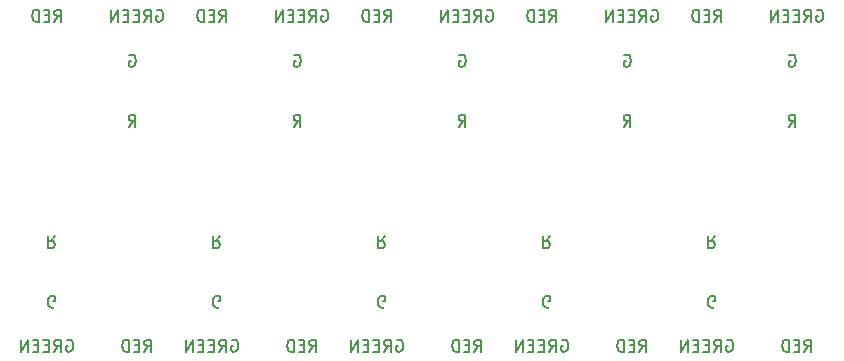
<source format=gbr>
%TF.GenerationSoftware,KiCad,Pcbnew,(5.1.10)-1*%
%TF.CreationDate,2022-10-12T21:43:39-04:00*%
%TF.ProjectId,1581-improved-ledpcb,31353831-2d69-46d7-9072-6f7665642d6c,2*%
%TF.SameCoordinates,Original*%
%TF.FileFunction,Legend,Bot*%
%TF.FilePolarity,Positive*%
%FSLAX46Y46*%
G04 Gerber Fmt 4.6, Leading zero omitted, Abs format (unit mm)*
G04 Created by KiCad (PCBNEW (5.1.10)-1) date 2022-10-12 21:43:39*
%MOMM*%
%LPD*%
G01*
G04 APERTURE LIST*
%ADD10C,0.150000*%
G04 APERTURE END LIST*
D10*
X178490523Y-98607619D02*
X178157190Y-99083809D01*
X177919095Y-98607619D02*
X177919095Y-99607619D01*
X178300047Y-99607619D01*
X178395285Y-99560000D01*
X178442904Y-99512380D01*
X178490523Y-99417142D01*
X178490523Y-99274285D01*
X178442904Y-99179047D01*
X178395285Y-99131428D01*
X178300047Y-99083809D01*
X177919095Y-99083809D01*
X178442904Y-104640000D02*
X178347666Y-104687619D01*
X178204809Y-104687619D01*
X178061952Y-104640000D01*
X177966714Y-104544761D01*
X177919095Y-104449523D01*
X177871476Y-104259047D01*
X177871476Y-104116190D01*
X177919095Y-103925714D01*
X177966714Y-103830476D01*
X178061952Y-103735238D01*
X178204809Y-103687619D01*
X178300047Y-103687619D01*
X178442904Y-103735238D01*
X178490523Y-103782857D01*
X178490523Y-104116190D01*
X178300047Y-104116190D01*
X164520523Y-98607619D02*
X164187190Y-99083809D01*
X163949095Y-98607619D02*
X163949095Y-99607619D01*
X164330047Y-99607619D01*
X164425285Y-99560000D01*
X164472904Y-99512380D01*
X164520523Y-99417142D01*
X164520523Y-99274285D01*
X164472904Y-99179047D01*
X164425285Y-99131428D01*
X164330047Y-99083809D01*
X163949095Y-99083809D01*
X164472904Y-104640000D02*
X164377666Y-104687619D01*
X164234809Y-104687619D01*
X164091952Y-104640000D01*
X163996714Y-104544761D01*
X163949095Y-104449523D01*
X163901476Y-104259047D01*
X163901476Y-104116190D01*
X163949095Y-103925714D01*
X163996714Y-103830476D01*
X164091952Y-103735238D01*
X164234809Y-103687619D01*
X164330047Y-103687619D01*
X164472904Y-103735238D01*
X164520523Y-103782857D01*
X164520523Y-104116190D01*
X164330047Y-104116190D01*
X150550523Y-98607619D02*
X150217190Y-99083809D01*
X149979095Y-98607619D02*
X149979095Y-99607619D01*
X150360047Y-99607619D01*
X150455285Y-99560000D01*
X150502904Y-99512380D01*
X150550523Y-99417142D01*
X150550523Y-99274285D01*
X150502904Y-99179047D01*
X150455285Y-99131428D01*
X150360047Y-99083809D01*
X149979095Y-99083809D01*
X150502904Y-104640000D02*
X150407666Y-104687619D01*
X150264809Y-104687619D01*
X150121952Y-104640000D01*
X150026714Y-104544761D01*
X149979095Y-104449523D01*
X149931476Y-104259047D01*
X149931476Y-104116190D01*
X149979095Y-103925714D01*
X150026714Y-103830476D01*
X150121952Y-103735238D01*
X150264809Y-103687619D01*
X150360047Y-103687619D01*
X150502904Y-103735238D01*
X150550523Y-103782857D01*
X150550523Y-104116190D01*
X150360047Y-104116190D01*
X136580523Y-98607619D02*
X136247190Y-99083809D01*
X136009095Y-98607619D02*
X136009095Y-99607619D01*
X136390047Y-99607619D01*
X136485285Y-99560000D01*
X136532904Y-99512380D01*
X136580523Y-99417142D01*
X136580523Y-99274285D01*
X136532904Y-99179047D01*
X136485285Y-99131428D01*
X136390047Y-99083809D01*
X136009095Y-99083809D01*
X136532904Y-104640000D02*
X136437666Y-104687619D01*
X136294809Y-104687619D01*
X136151952Y-104640000D01*
X136056714Y-104544761D01*
X136009095Y-104449523D01*
X135961476Y-104259047D01*
X135961476Y-104116190D01*
X136009095Y-103925714D01*
X136056714Y-103830476D01*
X136151952Y-103735238D01*
X136294809Y-103687619D01*
X136390047Y-103687619D01*
X136532904Y-103735238D01*
X136580523Y-103782857D01*
X136580523Y-104116190D01*
X136390047Y-104116190D01*
X122610523Y-98607619D02*
X122277190Y-99083809D01*
X122039095Y-98607619D02*
X122039095Y-99607619D01*
X122420047Y-99607619D01*
X122515285Y-99560000D01*
X122562904Y-99512380D01*
X122610523Y-99417142D01*
X122610523Y-99274285D01*
X122562904Y-99179047D01*
X122515285Y-99131428D01*
X122420047Y-99083809D01*
X122039095Y-99083809D01*
X122562904Y-104640000D02*
X122467666Y-104687619D01*
X122324809Y-104687619D01*
X122181952Y-104640000D01*
X122086714Y-104544761D01*
X122039095Y-104449523D01*
X121991476Y-104259047D01*
X121991476Y-104116190D01*
X122039095Y-103925714D01*
X122086714Y-103830476D01*
X122181952Y-103735238D01*
X122324809Y-103687619D01*
X122420047Y-103687619D01*
X122562904Y-103735238D01*
X122610523Y-103782857D01*
X122610523Y-104116190D01*
X122420047Y-104116190D01*
X184729476Y-89352380D02*
X185062809Y-88876190D01*
X185300904Y-89352380D02*
X185300904Y-88352380D01*
X184919952Y-88352380D01*
X184824714Y-88400000D01*
X184777095Y-88447619D01*
X184729476Y-88542857D01*
X184729476Y-88685714D01*
X184777095Y-88780952D01*
X184824714Y-88828571D01*
X184919952Y-88876190D01*
X185300904Y-88876190D01*
X184777095Y-83320000D02*
X184872333Y-83272380D01*
X185015190Y-83272380D01*
X185158047Y-83320000D01*
X185253285Y-83415238D01*
X185300904Y-83510476D01*
X185348523Y-83700952D01*
X185348523Y-83843809D01*
X185300904Y-84034285D01*
X185253285Y-84129523D01*
X185158047Y-84224761D01*
X185015190Y-84272380D01*
X184919952Y-84272380D01*
X184777095Y-84224761D01*
X184729476Y-84177142D01*
X184729476Y-83843809D01*
X184919952Y-83843809D01*
X170759476Y-89352380D02*
X171092809Y-88876190D01*
X171330904Y-89352380D02*
X171330904Y-88352380D01*
X170949952Y-88352380D01*
X170854714Y-88400000D01*
X170807095Y-88447619D01*
X170759476Y-88542857D01*
X170759476Y-88685714D01*
X170807095Y-88780952D01*
X170854714Y-88828571D01*
X170949952Y-88876190D01*
X171330904Y-88876190D01*
X170807095Y-83320000D02*
X170902333Y-83272380D01*
X171045190Y-83272380D01*
X171188047Y-83320000D01*
X171283285Y-83415238D01*
X171330904Y-83510476D01*
X171378523Y-83700952D01*
X171378523Y-83843809D01*
X171330904Y-84034285D01*
X171283285Y-84129523D01*
X171188047Y-84224761D01*
X171045190Y-84272380D01*
X170949952Y-84272380D01*
X170807095Y-84224761D01*
X170759476Y-84177142D01*
X170759476Y-83843809D01*
X170949952Y-83843809D01*
X156789476Y-89352380D02*
X157122809Y-88876190D01*
X157360904Y-89352380D02*
X157360904Y-88352380D01*
X156979952Y-88352380D01*
X156884714Y-88400000D01*
X156837095Y-88447619D01*
X156789476Y-88542857D01*
X156789476Y-88685714D01*
X156837095Y-88780952D01*
X156884714Y-88828571D01*
X156979952Y-88876190D01*
X157360904Y-88876190D01*
X156837095Y-83320000D02*
X156932333Y-83272380D01*
X157075190Y-83272380D01*
X157218047Y-83320000D01*
X157313285Y-83415238D01*
X157360904Y-83510476D01*
X157408523Y-83700952D01*
X157408523Y-83843809D01*
X157360904Y-84034285D01*
X157313285Y-84129523D01*
X157218047Y-84224761D01*
X157075190Y-84272380D01*
X156979952Y-84272380D01*
X156837095Y-84224761D01*
X156789476Y-84177142D01*
X156789476Y-83843809D01*
X156979952Y-83843809D01*
X142819476Y-89352380D02*
X143152809Y-88876190D01*
X143390904Y-89352380D02*
X143390904Y-88352380D01*
X143009952Y-88352380D01*
X142914714Y-88400000D01*
X142867095Y-88447619D01*
X142819476Y-88542857D01*
X142819476Y-88685714D01*
X142867095Y-88780952D01*
X142914714Y-88828571D01*
X143009952Y-88876190D01*
X143390904Y-88876190D01*
X142867095Y-83320000D02*
X142962333Y-83272380D01*
X143105190Y-83272380D01*
X143248047Y-83320000D01*
X143343285Y-83415238D01*
X143390904Y-83510476D01*
X143438523Y-83700952D01*
X143438523Y-83843809D01*
X143390904Y-84034285D01*
X143343285Y-84129523D01*
X143248047Y-84224761D01*
X143105190Y-84272380D01*
X143009952Y-84272380D01*
X142867095Y-84224761D01*
X142819476Y-84177142D01*
X142819476Y-83843809D01*
X143009952Y-83843809D01*
X128849476Y-89352380D02*
X129182809Y-88876190D01*
X129420904Y-89352380D02*
X129420904Y-88352380D01*
X129039952Y-88352380D01*
X128944714Y-88400000D01*
X128897095Y-88447619D01*
X128849476Y-88542857D01*
X128849476Y-88685714D01*
X128897095Y-88780952D01*
X128944714Y-88828571D01*
X129039952Y-88876190D01*
X129420904Y-88876190D01*
X128897095Y-83320000D02*
X128992333Y-83272380D01*
X129135190Y-83272380D01*
X129278047Y-83320000D01*
X129373285Y-83415238D01*
X129420904Y-83510476D01*
X129468523Y-83700952D01*
X129468523Y-83843809D01*
X129420904Y-84034285D01*
X129373285Y-84129523D01*
X129278047Y-84224761D01*
X129135190Y-84272380D01*
X129039952Y-84272380D01*
X128897095Y-84224761D01*
X128849476Y-84177142D01*
X128849476Y-83843809D01*
X129039952Y-83843809D01*
%TO.C,LED2*%
X179466666Y-107450000D02*
X179561904Y-107402380D01*
X179704761Y-107402380D01*
X179847619Y-107450000D01*
X179942857Y-107545238D01*
X179990476Y-107640476D01*
X180038095Y-107830952D01*
X180038095Y-107973809D01*
X179990476Y-108164285D01*
X179942857Y-108259523D01*
X179847619Y-108354761D01*
X179704761Y-108402380D01*
X179609523Y-108402380D01*
X179466666Y-108354761D01*
X179419047Y-108307142D01*
X179419047Y-107973809D01*
X179609523Y-107973809D01*
X178419047Y-108402380D02*
X178752380Y-107926190D01*
X178990476Y-108402380D02*
X178990476Y-107402380D01*
X178609523Y-107402380D01*
X178514285Y-107450000D01*
X178466666Y-107497619D01*
X178419047Y-107592857D01*
X178419047Y-107735714D01*
X178466666Y-107830952D01*
X178514285Y-107878571D01*
X178609523Y-107926190D01*
X178990476Y-107926190D01*
X177990476Y-107878571D02*
X177657142Y-107878571D01*
X177514285Y-108402380D02*
X177990476Y-108402380D01*
X177990476Y-107402380D01*
X177514285Y-107402380D01*
X177085714Y-107878571D02*
X176752380Y-107878571D01*
X176609523Y-108402380D02*
X177085714Y-108402380D01*
X177085714Y-107402380D01*
X176609523Y-107402380D01*
X176180952Y-108402380D02*
X176180952Y-107402380D01*
X175609523Y-108402380D01*
X175609523Y-107402380D01*
%TO.C,LED1*%
X186062857Y-108402380D02*
X186396190Y-107926190D01*
X186634285Y-108402380D02*
X186634285Y-107402380D01*
X186253333Y-107402380D01*
X186158095Y-107450000D01*
X186110476Y-107497619D01*
X186062857Y-107592857D01*
X186062857Y-107735714D01*
X186110476Y-107830952D01*
X186158095Y-107878571D01*
X186253333Y-107926190D01*
X186634285Y-107926190D01*
X185634285Y-107878571D02*
X185300952Y-107878571D01*
X185158095Y-108402380D02*
X185634285Y-108402380D01*
X185634285Y-107402380D01*
X185158095Y-107402380D01*
X184729523Y-108402380D02*
X184729523Y-107402380D01*
X184491428Y-107402380D01*
X184348571Y-107450000D01*
X184253333Y-107545238D01*
X184205714Y-107640476D01*
X184158095Y-107830952D01*
X184158095Y-107973809D01*
X184205714Y-108164285D01*
X184253333Y-108259523D01*
X184348571Y-108354761D01*
X184491428Y-108402380D01*
X184729523Y-108402380D01*
%TO.C,LED2*%
X165496666Y-107450000D02*
X165591904Y-107402380D01*
X165734761Y-107402380D01*
X165877619Y-107450000D01*
X165972857Y-107545238D01*
X166020476Y-107640476D01*
X166068095Y-107830952D01*
X166068095Y-107973809D01*
X166020476Y-108164285D01*
X165972857Y-108259523D01*
X165877619Y-108354761D01*
X165734761Y-108402380D01*
X165639523Y-108402380D01*
X165496666Y-108354761D01*
X165449047Y-108307142D01*
X165449047Y-107973809D01*
X165639523Y-107973809D01*
X164449047Y-108402380D02*
X164782380Y-107926190D01*
X165020476Y-108402380D02*
X165020476Y-107402380D01*
X164639523Y-107402380D01*
X164544285Y-107450000D01*
X164496666Y-107497619D01*
X164449047Y-107592857D01*
X164449047Y-107735714D01*
X164496666Y-107830952D01*
X164544285Y-107878571D01*
X164639523Y-107926190D01*
X165020476Y-107926190D01*
X164020476Y-107878571D02*
X163687142Y-107878571D01*
X163544285Y-108402380D02*
X164020476Y-108402380D01*
X164020476Y-107402380D01*
X163544285Y-107402380D01*
X163115714Y-107878571D02*
X162782380Y-107878571D01*
X162639523Y-108402380D02*
X163115714Y-108402380D01*
X163115714Y-107402380D01*
X162639523Y-107402380D01*
X162210952Y-108402380D02*
X162210952Y-107402380D01*
X161639523Y-108402380D01*
X161639523Y-107402380D01*
%TO.C,LED1*%
X172092857Y-108402380D02*
X172426190Y-107926190D01*
X172664285Y-108402380D02*
X172664285Y-107402380D01*
X172283333Y-107402380D01*
X172188095Y-107450000D01*
X172140476Y-107497619D01*
X172092857Y-107592857D01*
X172092857Y-107735714D01*
X172140476Y-107830952D01*
X172188095Y-107878571D01*
X172283333Y-107926190D01*
X172664285Y-107926190D01*
X171664285Y-107878571D02*
X171330952Y-107878571D01*
X171188095Y-108402380D02*
X171664285Y-108402380D01*
X171664285Y-107402380D01*
X171188095Y-107402380D01*
X170759523Y-108402380D02*
X170759523Y-107402380D01*
X170521428Y-107402380D01*
X170378571Y-107450000D01*
X170283333Y-107545238D01*
X170235714Y-107640476D01*
X170188095Y-107830952D01*
X170188095Y-107973809D01*
X170235714Y-108164285D01*
X170283333Y-108259523D01*
X170378571Y-108354761D01*
X170521428Y-108402380D01*
X170759523Y-108402380D01*
%TO.C,LED2*%
X151526666Y-107450000D02*
X151621904Y-107402380D01*
X151764761Y-107402380D01*
X151907619Y-107450000D01*
X152002857Y-107545238D01*
X152050476Y-107640476D01*
X152098095Y-107830952D01*
X152098095Y-107973809D01*
X152050476Y-108164285D01*
X152002857Y-108259523D01*
X151907619Y-108354761D01*
X151764761Y-108402380D01*
X151669523Y-108402380D01*
X151526666Y-108354761D01*
X151479047Y-108307142D01*
X151479047Y-107973809D01*
X151669523Y-107973809D01*
X150479047Y-108402380D02*
X150812380Y-107926190D01*
X151050476Y-108402380D02*
X151050476Y-107402380D01*
X150669523Y-107402380D01*
X150574285Y-107450000D01*
X150526666Y-107497619D01*
X150479047Y-107592857D01*
X150479047Y-107735714D01*
X150526666Y-107830952D01*
X150574285Y-107878571D01*
X150669523Y-107926190D01*
X151050476Y-107926190D01*
X150050476Y-107878571D02*
X149717142Y-107878571D01*
X149574285Y-108402380D02*
X150050476Y-108402380D01*
X150050476Y-107402380D01*
X149574285Y-107402380D01*
X149145714Y-107878571D02*
X148812380Y-107878571D01*
X148669523Y-108402380D02*
X149145714Y-108402380D01*
X149145714Y-107402380D01*
X148669523Y-107402380D01*
X148240952Y-108402380D02*
X148240952Y-107402380D01*
X147669523Y-108402380D01*
X147669523Y-107402380D01*
%TO.C,LED1*%
X158122857Y-108402380D02*
X158456190Y-107926190D01*
X158694285Y-108402380D02*
X158694285Y-107402380D01*
X158313333Y-107402380D01*
X158218095Y-107450000D01*
X158170476Y-107497619D01*
X158122857Y-107592857D01*
X158122857Y-107735714D01*
X158170476Y-107830952D01*
X158218095Y-107878571D01*
X158313333Y-107926190D01*
X158694285Y-107926190D01*
X157694285Y-107878571D02*
X157360952Y-107878571D01*
X157218095Y-108402380D02*
X157694285Y-108402380D01*
X157694285Y-107402380D01*
X157218095Y-107402380D01*
X156789523Y-108402380D02*
X156789523Y-107402380D01*
X156551428Y-107402380D01*
X156408571Y-107450000D01*
X156313333Y-107545238D01*
X156265714Y-107640476D01*
X156218095Y-107830952D01*
X156218095Y-107973809D01*
X156265714Y-108164285D01*
X156313333Y-108259523D01*
X156408571Y-108354761D01*
X156551428Y-108402380D01*
X156789523Y-108402380D01*
%TO.C,LED2*%
X137556666Y-107450000D02*
X137651904Y-107402380D01*
X137794761Y-107402380D01*
X137937619Y-107450000D01*
X138032857Y-107545238D01*
X138080476Y-107640476D01*
X138128095Y-107830952D01*
X138128095Y-107973809D01*
X138080476Y-108164285D01*
X138032857Y-108259523D01*
X137937619Y-108354761D01*
X137794761Y-108402380D01*
X137699523Y-108402380D01*
X137556666Y-108354761D01*
X137509047Y-108307142D01*
X137509047Y-107973809D01*
X137699523Y-107973809D01*
X136509047Y-108402380D02*
X136842380Y-107926190D01*
X137080476Y-108402380D02*
X137080476Y-107402380D01*
X136699523Y-107402380D01*
X136604285Y-107450000D01*
X136556666Y-107497619D01*
X136509047Y-107592857D01*
X136509047Y-107735714D01*
X136556666Y-107830952D01*
X136604285Y-107878571D01*
X136699523Y-107926190D01*
X137080476Y-107926190D01*
X136080476Y-107878571D02*
X135747142Y-107878571D01*
X135604285Y-108402380D02*
X136080476Y-108402380D01*
X136080476Y-107402380D01*
X135604285Y-107402380D01*
X135175714Y-107878571D02*
X134842380Y-107878571D01*
X134699523Y-108402380D02*
X135175714Y-108402380D01*
X135175714Y-107402380D01*
X134699523Y-107402380D01*
X134270952Y-108402380D02*
X134270952Y-107402380D01*
X133699523Y-108402380D01*
X133699523Y-107402380D01*
%TO.C,LED1*%
X144152857Y-108402380D02*
X144486190Y-107926190D01*
X144724285Y-108402380D02*
X144724285Y-107402380D01*
X144343333Y-107402380D01*
X144248095Y-107450000D01*
X144200476Y-107497619D01*
X144152857Y-107592857D01*
X144152857Y-107735714D01*
X144200476Y-107830952D01*
X144248095Y-107878571D01*
X144343333Y-107926190D01*
X144724285Y-107926190D01*
X143724285Y-107878571D02*
X143390952Y-107878571D01*
X143248095Y-108402380D02*
X143724285Y-108402380D01*
X143724285Y-107402380D01*
X143248095Y-107402380D01*
X142819523Y-108402380D02*
X142819523Y-107402380D01*
X142581428Y-107402380D01*
X142438571Y-107450000D01*
X142343333Y-107545238D01*
X142295714Y-107640476D01*
X142248095Y-107830952D01*
X142248095Y-107973809D01*
X142295714Y-108164285D01*
X142343333Y-108259523D01*
X142438571Y-108354761D01*
X142581428Y-108402380D01*
X142819523Y-108402380D01*
%TO.C,LED2*%
X123586666Y-107450000D02*
X123681904Y-107402380D01*
X123824761Y-107402380D01*
X123967619Y-107450000D01*
X124062857Y-107545238D01*
X124110476Y-107640476D01*
X124158095Y-107830952D01*
X124158095Y-107973809D01*
X124110476Y-108164285D01*
X124062857Y-108259523D01*
X123967619Y-108354761D01*
X123824761Y-108402380D01*
X123729523Y-108402380D01*
X123586666Y-108354761D01*
X123539047Y-108307142D01*
X123539047Y-107973809D01*
X123729523Y-107973809D01*
X122539047Y-108402380D02*
X122872380Y-107926190D01*
X123110476Y-108402380D02*
X123110476Y-107402380D01*
X122729523Y-107402380D01*
X122634285Y-107450000D01*
X122586666Y-107497619D01*
X122539047Y-107592857D01*
X122539047Y-107735714D01*
X122586666Y-107830952D01*
X122634285Y-107878571D01*
X122729523Y-107926190D01*
X123110476Y-107926190D01*
X122110476Y-107878571D02*
X121777142Y-107878571D01*
X121634285Y-108402380D02*
X122110476Y-108402380D01*
X122110476Y-107402380D01*
X121634285Y-107402380D01*
X121205714Y-107878571D02*
X120872380Y-107878571D01*
X120729523Y-108402380D02*
X121205714Y-108402380D01*
X121205714Y-107402380D01*
X120729523Y-107402380D01*
X120300952Y-108402380D02*
X120300952Y-107402380D01*
X119729523Y-108402380D01*
X119729523Y-107402380D01*
%TO.C,LED1*%
X130182857Y-108402380D02*
X130516190Y-107926190D01*
X130754285Y-108402380D02*
X130754285Y-107402380D01*
X130373333Y-107402380D01*
X130278095Y-107450000D01*
X130230476Y-107497619D01*
X130182857Y-107592857D01*
X130182857Y-107735714D01*
X130230476Y-107830952D01*
X130278095Y-107878571D01*
X130373333Y-107926190D01*
X130754285Y-107926190D01*
X129754285Y-107878571D02*
X129420952Y-107878571D01*
X129278095Y-108402380D02*
X129754285Y-108402380D01*
X129754285Y-107402380D01*
X129278095Y-107402380D01*
X128849523Y-108402380D02*
X128849523Y-107402380D01*
X128611428Y-107402380D01*
X128468571Y-107450000D01*
X128373333Y-107545238D01*
X128325714Y-107640476D01*
X128278095Y-107830952D01*
X128278095Y-107973809D01*
X128325714Y-108164285D01*
X128373333Y-108259523D01*
X128468571Y-108354761D01*
X128611428Y-108402380D01*
X128849523Y-108402380D01*
%TO.C,LED2*%
X187086666Y-79510000D02*
X187181904Y-79462380D01*
X187324761Y-79462380D01*
X187467619Y-79510000D01*
X187562857Y-79605238D01*
X187610476Y-79700476D01*
X187658095Y-79890952D01*
X187658095Y-80033809D01*
X187610476Y-80224285D01*
X187562857Y-80319523D01*
X187467619Y-80414761D01*
X187324761Y-80462380D01*
X187229523Y-80462380D01*
X187086666Y-80414761D01*
X187039047Y-80367142D01*
X187039047Y-80033809D01*
X187229523Y-80033809D01*
X186039047Y-80462380D02*
X186372380Y-79986190D01*
X186610476Y-80462380D02*
X186610476Y-79462380D01*
X186229523Y-79462380D01*
X186134285Y-79510000D01*
X186086666Y-79557619D01*
X186039047Y-79652857D01*
X186039047Y-79795714D01*
X186086666Y-79890952D01*
X186134285Y-79938571D01*
X186229523Y-79986190D01*
X186610476Y-79986190D01*
X185610476Y-79938571D02*
X185277142Y-79938571D01*
X185134285Y-80462380D02*
X185610476Y-80462380D01*
X185610476Y-79462380D01*
X185134285Y-79462380D01*
X184705714Y-79938571D02*
X184372380Y-79938571D01*
X184229523Y-80462380D02*
X184705714Y-80462380D01*
X184705714Y-79462380D01*
X184229523Y-79462380D01*
X183800952Y-80462380D02*
X183800952Y-79462380D01*
X183229523Y-80462380D01*
X183229523Y-79462380D01*
%TO.C,LED1*%
X178442857Y-80462380D02*
X178776190Y-79986190D01*
X179014285Y-80462380D02*
X179014285Y-79462380D01*
X178633333Y-79462380D01*
X178538095Y-79510000D01*
X178490476Y-79557619D01*
X178442857Y-79652857D01*
X178442857Y-79795714D01*
X178490476Y-79890952D01*
X178538095Y-79938571D01*
X178633333Y-79986190D01*
X179014285Y-79986190D01*
X178014285Y-79938571D02*
X177680952Y-79938571D01*
X177538095Y-80462380D02*
X178014285Y-80462380D01*
X178014285Y-79462380D01*
X177538095Y-79462380D01*
X177109523Y-80462380D02*
X177109523Y-79462380D01*
X176871428Y-79462380D01*
X176728571Y-79510000D01*
X176633333Y-79605238D01*
X176585714Y-79700476D01*
X176538095Y-79890952D01*
X176538095Y-80033809D01*
X176585714Y-80224285D01*
X176633333Y-80319523D01*
X176728571Y-80414761D01*
X176871428Y-80462380D01*
X177109523Y-80462380D01*
%TO.C,LED2*%
X173116666Y-79510000D02*
X173211904Y-79462380D01*
X173354761Y-79462380D01*
X173497619Y-79510000D01*
X173592857Y-79605238D01*
X173640476Y-79700476D01*
X173688095Y-79890952D01*
X173688095Y-80033809D01*
X173640476Y-80224285D01*
X173592857Y-80319523D01*
X173497619Y-80414761D01*
X173354761Y-80462380D01*
X173259523Y-80462380D01*
X173116666Y-80414761D01*
X173069047Y-80367142D01*
X173069047Y-80033809D01*
X173259523Y-80033809D01*
X172069047Y-80462380D02*
X172402380Y-79986190D01*
X172640476Y-80462380D02*
X172640476Y-79462380D01*
X172259523Y-79462380D01*
X172164285Y-79510000D01*
X172116666Y-79557619D01*
X172069047Y-79652857D01*
X172069047Y-79795714D01*
X172116666Y-79890952D01*
X172164285Y-79938571D01*
X172259523Y-79986190D01*
X172640476Y-79986190D01*
X171640476Y-79938571D02*
X171307142Y-79938571D01*
X171164285Y-80462380D02*
X171640476Y-80462380D01*
X171640476Y-79462380D01*
X171164285Y-79462380D01*
X170735714Y-79938571D02*
X170402380Y-79938571D01*
X170259523Y-80462380D02*
X170735714Y-80462380D01*
X170735714Y-79462380D01*
X170259523Y-79462380D01*
X169830952Y-80462380D02*
X169830952Y-79462380D01*
X169259523Y-80462380D01*
X169259523Y-79462380D01*
%TO.C,LED1*%
X164472857Y-80462380D02*
X164806190Y-79986190D01*
X165044285Y-80462380D02*
X165044285Y-79462380D01*
X164663333Y-79462380D01*
X164568095Y-79510000D01*
X164520476Y-79557619D01*
X164472857Y-79652857D01*
X164472857Y-79795714D01*
X164520476Y-79890952D01*
X164568095Y-79938571D01*
X164663333Y-79986190D01*
X165044285Y-79986190D01*
X164044285Y-79938571D02*
X163710952Y-79938571D01*
X163568095Y-80462380D02*
X164044285Y-80462380D01*
X164044285Y-79462380D01*
X163568095Y-79462380D01*
X163139523Y-80462380D02*
X163139523Y-79462380D01*
X162901428Y-79462380D01*
X162758571Y-79510000D01*
X162663333Y-79605238D01*
X162615714Y-79700476D01*
X162568095Y-79890952D01*
X162568095Y-80033809D01*
X162615714Y-80224285D01*
X162663333Y-80319523D01*
X162758571Y-80414761D01*
X162901428Y-80462380D01*
X163139523Y-80462380D01*
%TO.C,LED2*%
X159146666Y-79510000D02*
X159241904Y-79462380D01*
X159384761Y-79462380D01*
X159527619Y-79510000D01*
X159622857Y-79605238D01*
X159670476Y-79700476D01*
X159718095Y-79890952D01*
X159718095Y-80033809D01*
X159670476Y-80224285D01*
X159622857Y-80319523D01*
X159527619Y-80414761D01*
X159384761Y-80462380D01*
X159289523Y-80462380D01*
X159146666Y-80414761D01*
X159099047Y-80367142D01*
X159099047Y-80033809D01*
X159289523Y-80033809D01*
X158099047Y-80462380D02*
X158432380Y-79986190D01*
X158670476Y-80462380D02*
X158670476Y-79462380D01*
X158289523Y-79462380D01*
X158194285Y-79510000D01*
X158146666Y-79557619D01*
X158099047Y-79652857D01*
X158099047Y-79795714D01*
X158146666Y-79890952D01*
X158194285Y-79938571D01*
X158289523Y-79986190D01*
X158670476Y-79986190D01*
X157670476Y-79938571D02*
X157337142Y-79938571D01*
X157194285Y-80462380D02*
X157670476Y-80462380D01*
X157670476Y-79462380D01*
X157194285Y-79462380D01*
X156765714Y-79938571D02*
X156432380Y-79938571D01*
X156289523Y-80462380D02*
X156765714Y-80462380D01*
X156765714Y-79462380D01*
X156289523Y-79462380D01*
X155860952Y-80462380D02*
X155860952Y-79462380D01*
X155289523Y-80462380D01*
X155289523Y-79462380D01*
%TO.C,LED1*%
X150502857Y-80462380D02*
X150836190Y-79986190D01*
X151074285Y-80462380D02*
X151074285Y-79462380D01*
X150693333Y-79462380D01*
X150598095Y-79510000D01*
X150550476Y-79557619D01*
X150502857Y-79652857D01*
X150502857Y-79795714D01*
X150550476Y-79890952D01*
X150598095Y-79938571D01*
X150693333Y-79986190D01*
X151074285Y-79986190D01*
X150074285Y-79938571D02*
X149740952Y-79938571D01*
X149598095Y-80462380D02*
X150074285Y-80462380D01*
X150074285Y-79462380D01*
X149598095Y-79462380D01*
X149169523Y-80462380D02*
X149169523Y-79462380D01*
X148931428Y-79462380D01*
X148788571Y-79510000D01*
X148693333Y-79605238D01*
X148645714Y-79700476D01*
X148598095Y-79890952D01*
X148598095Y-80033809D01*
X148645714Y-80224285D01*
X148693333Y-80319523D01*
X148788571Y-80414761D01*
X148931428Y-80462380D01*
X149169523Y-80462380D01*
%TO.C,LED2*%
X145176666Y-79510000D02*
X145271904Y-79462380D01*
X145414761Y-79462380D01*
X145557619Y-79510000D01*
X145652857Y-79605238D01*
X145700476Y-79700476D01*
X145748095Y-79890952D01*
X145748095Y-80033809D01*
X145700476Y-80224285D01*
X145652857Y-80319523D01*
X145557619Y-80414761D01*
X145414761Y-80462380D01*
X145319523Y-80462380D01*
X145176666Y-80414761D01*
X145129047Y-80367142D01*
X145129047Y-80033809D01*
X145319523Y-80033809D01*
X144129047Y-80462380D02*
X144462380Y-79986190D01*
X144700476Y-80462380D02*
X144700476Y-79462380D01*
X144319523Y-79462380D01*
X144224285Y-79510000D01*
X144176666Y-79557619D01*
X144129047Y-79652857D01*
X144129047Y-79795714D01*
X144176666Y-79890952D01*
X144224285Y-79938571D01*
X144319523Y-79986190D01*
X144700476Y-79986190D01*
X143700476Y-79938571D02*
X143367142Y-79938571D01*
X143224285Y-80462380D02*
X143700476Y-80462380D01*
X143700476Y-79462380D01*
X143224285Y-79462380D01*
X142795714Y-79938571D02*
X142462380Y-79938571D01*
X142319523Y-80462380D02*
X142795714Y-80462380D01*
X142795714Y-79462380D01*
X142319523Y-79462380D01*
X141890952Y-80462380D02*
X141890952Y-79462380D01*
X141319523Y-80462380D01*
X141319523Y-79462380D01*
%TO.C,LED1*%
X136532857Y-80462380D02*
X136866190Y-79986190D01*
X137104285Y-80462380D02*
X137104285Y-79462380D01*
X136723333Y-79462380D01*
X136628095Y-79510000D01*
X136580476Y-79557619D01*
X136532857Y-79652857D01*
X136532857Y-79795714D01*
X136580476Y-79890952D01*
X136628095Y-79938571D01*
X136723333Y-79986190D01*
X137104285Y-79986190D01*
X136104285Y-79938571D02*
X135770952Y-79938571D01*
X135628095Y-80462380D02*
X136104285Y-80462380D01*
X136104285Y-79462380D01*
X135628095Y-79462380D01*
X135199523Y-80462380D02*
X135199523Y-79462380D01*
X134961428Y-79462380D01*
X134818571Y-79510000D01*
X134723333Y-79605238D01*
X134675714Y-79700476D01*
X134628095Y-79890952D01*
X134628095Y-80033809D01*
X134675714Y-80224285D01*
X134723333Y-80319523D01*
X134818571Y-80414761D01*
X134961428Y-80462380D01*
X135199523Y-80462380D01*
X122562857Y-80462380D02*
X122896190Y-79986190D01*
X123134285Y-80462380D02*
X123134285Y-79462380D01*
X122753333Y-79462380D01*
X122658095Y-79510000D01*
X122610476Y-79557619D01*
X122562857Y-79652857D01*
X122562857Y-79795714D01*
X122610476Y-79890952D01*
X122658095Y-79938571D01*
X122753333Y-79986190D01*
X123134285Y-79986190D01*
X122134285Y-79938571D02*
X121800952Y-79938571D01*
X121658095Y-80462380D02*
X122134285Y-80462380D01*
X122134285Y-79462380D01*
X121658095Y-79462380D01*
X121229523Y-80462380D02*
X121229523Y-79462380D01*
X120991428Y-79462380D01*
X120848571Y-79510000D01*
X120753333Y-79605238D01*
X120705714Y-79700476D01*
X120658095Y-79890952D01*
X120658095Y-80033809D01*
X120705714Y-80224285D01*
X120753333Y-80319523D01*
X120848571Y-80414761D01*
X120991428Y-80462380D01*
X121229523Y-80462380D01*
%TO.C,LED2*%
X131206666Y-79510000D02*
X131301904Y-79462380D01*
X131444761Y-79462380D01*
X131587619Y-79510000D01*
X131682857Y-79605238D01*
X131730476Y-79700476D01*
X131778095Y-79890952D01*
X131778095Y-80033809D01*
X131730476Y-80224285D01*
X131682857Y-80319523D01*
X131587619Y-80414761D01*
X131444761Y-80462380D01*
X131349523Y-80462380D01*
X131206666Y-80414761D01*
X131159047Y-80367142D01*
X131159047Y-80033809D01*
X131349523Y-80033809D01*
X130159047Y-80462380D02*
X130492380Y-79986190D01*
X130730476Y-80462380D02*
X130730476Y-79462380D01*
X130349523Y-79462380D01*
X130254285Y-79510000D01*
X130206666Y-79557619D01*
X130159047Y-79652857D01*
X130159047Y-79795714D01*
X130206666Y-79890952D01*
X130254285Y-79938571D01*
X130349523Y-79986190D01*
X130730476Y-79986190D01*
X129730476Y-79938571D02*
X129397142Y-79938571D01*
X129254285Y-80462380D02*
X129730476Y-80462380D01*
X129730476Y-79462380D01*
X129254285Y-79462380D01*
X128825714Y-79938571D02*
X128492380Y-79938571D01*
X128349523Y-80462380D02*
X128825714Y-80462380D01*
X128825714Y-79462380D01*
X128349523Y-79462380D01*
X127920952Y-80462380D02*
X127920952Y-79462380D01*
X127349523Y-80462380D01*
X127349523Y-79462380D01*
%TD*%
M02*

</source>
